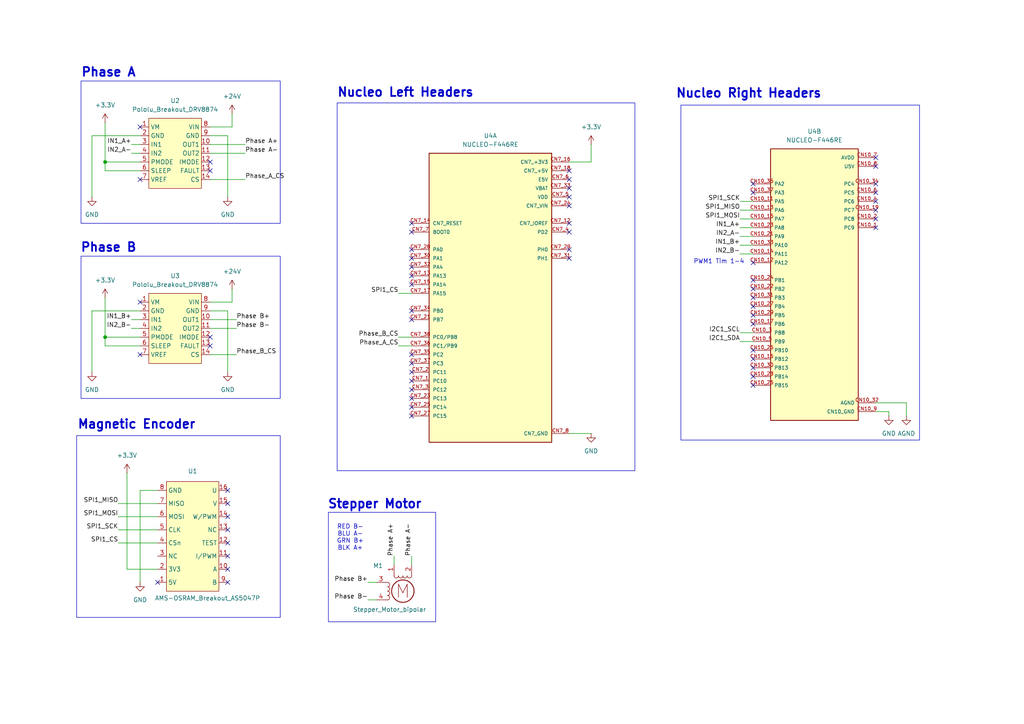
<source format=kicad_sch>
(kicad_sch (version 20250114) (generator "eeschema") (generator_version "9.0")
  (paper "A4")
  (title_block (title "PSD17 Protoboard") (date "2025-12-03") (rev "0.1") (company "Polar Robotics"))
  (lib_symbols
    (symbol "Custom_Library:AMS-OSRAM_Breakout_AS5047P"
      (property "Reference" "U" (at 0 17.018 0))
      (property "Value" "AMS-OSRAM_Breakout_AS5047P" (at -0.762 -18.542 0))
      (symbol "AMS-OSRAM_Breakout_AS5047P_1_1"
        (rectangle (start -7.62 15.24) (end 7.62 -16.51) (fill (type background)))
        (pin power_in line (at -10.16 12.7 0) (length 2.54) (name "GND") (number "8"))
        (pin output line (at -10.16 8.89 0) (length 2.54) (name "MISO") (number "7"))
        (pin input line (at -10.16 5.08 0) (length 2.54) (name "MOSI") (number "6"))
        (pin input line (at -10.16 1.27 0) (length 2.54) (name "CLK") (number "5"))
        (pin input line (at -10.16 -2.54 0) (length 2.54) (name "CSn") (number "4"))
        (pin input line (at -10.16 -6.35 0) (length 2.54) (name "NC") (number "3"))
        (pin power_in line (at -10.16 -10.16 0) (length 2.54) (name "3V3") (number "2"))
        (pin power_in line (at -10.16 -13.97 0) (length 2.54) (name "5V") (number "1"))
        (pin input line (at 10.16 12.7 180) (length 2.54) (name "U") (number "16"))
        (pin input line (at 10.16 8.89 180) (length 2.54) (name "V") (number "15"))
        (pin input line (at 10.16 5.08 180) (length 2.54) (name "W/PWM") (number "14"))
        (pin input line (at 10.16 1.27 180) (length 2.54) (name "NC") (number "13"))
        (pin input line (at 10.16 -2.54 180) (length 2.54) (name "TEST") (number "12"))
        (pin input line (at 10.16 -6.35 180) (length 2.54) (name "I/PWM") (number "11"))
        (pin input line (at 10.16 -10.16 180) (length 2.54) (name "A") (number "10"))
        (pin input line (at 10.16 -13.97 180) (length 2.54) (name "B") (number "9"))
      )
    )
    (symbol "Custom_Library:NUCLEO-F446RE" (pin_names (offset 1.016))
      (property "Reference" "U" (at -17.78 41.91 0))
      (property "Value" "NUCLEO-F446RE" (at -17.78 -44.45 0))
      (symbol "NUCLEO-F446RE_1_0"
        (rectangle (start -17.78 40.64) (end 17.78 -43.18) (stroke (width 0.254)) (fill (type background)))
        (pin bidirectional line (at -22.86 20.32 0) (length 5.08) (name "CN7_RESET") (number "CN7_14"))
        (pin bidirectional line (at -22.86 17.78 0) (length 5.08) (name "BOOT0") (number "CN7_7"))
        (pin bidirectional line (at -22.86 12.7 0) (length 5.08) (name "PA0") (number "CN7_28"))
        (pin bidirectional line (at -22.86 10.16 0) (length 5.08) (name "PA1") (number "CN7_30"))
        (pin bidirectional line (at -22.86 7.62 0) (length 5.08) (name "PA4") (number "CN7_32"))
        (pin bidirectional line (at -22.86 5.08 0) (length 5.08) (name "PA13") (number "CN7_13"))
        (pin bidirectional line (at -22.86 2.54 0) (length 5.08) (name "PA14") (number "CN7_15"))
        (pin bidirectional line (at -22.86 0 0) (length 5.08) (name "PA15") (number "CN7_17"))
        (pin bidirectional line (at -22.86 -5.08 0) (length 5.08) (name "PB0") (number "CN7_34"))
        (pin bidirectional line (at -22.86 -7.62 0) (length 5.08) (name "PB7") (number "CN7_21"))
        (pin bidirectional line (at -22.86 -12.7 0) (length 5.08) (name "PC0/PB8") (number "CN7_38"))
        (pin bidirectional line (at -22.86 -15.24 0) (length 5.08) (name "PC1/PB9") (number "CN7_36"))
        (pin bidirectional line (at -22.86 -17.78 0) (length 5.08) (name "PC2") (number "CN7_35"))
        (pin bidirectional line (at -22.86 -20.32 0) (length 5.08) (name "PC3") (number "CN7_37"))
        (pin bidirectional line (at -22.86 -22.86 0) (length 5.08) (name "PC11") (number "CN7_2"))
        (pin bidirectional line (at -22.86 -25.4 0) (length 5.08) (name "PC10") (number "CN7_1"))
        (pin bidirectional line (at -22.86 -27.94 0) (length 5.08) (name "PC12") (number "CN7_3"))
        (pin bidirectional line (at -22.86 -30.48 0) (length 5.08) (name "PC13") (number "CN7_23"))
        (pin bidirectional line (at -22.86 -33.02 0) (length 5.08) (name "PC14") (number "CN7_25"))
        (pin bidirectional line (at -22.86 -35.56 0) (length 5.08) (name "PC15") (number "CN7_27"))
        (pin power_in line (at 22.86 38.1 180) (length 5.08) (name "CN7_+3V3") (number "CN7_16"))
        (pin power_in line (at 22.86 35.56 180) (length 5.08) (name "CN7_+5V") (number "CN7_18"))
        (pin power_in line (at 22.86 33.02 180) (length 5.08) (name "E5V") (number "CN7_6"))
        (pin power_in line (at 22.86 30.48 180) (length 5.08) (name "VBAT") (number "CN7_33"))
        (pin power_in line (at 22.86 27.94 180) (length 5.08) (name "VDD") (number "CN7_5"))
        (pin power_in line (at 22.86 25.4 180) (length 5.08) (name "CN7_VIN") (number "CN7_24"))
        (pin bidirectional line (at 22.86 20.32 180) (length 5.08) (name "CN7_IOREF") (number "CN7_12"))
        (pin bidirectional line (at 22.86 17.78 180) (length 5.08) (name "PD2") (number "CN7_4"))
        (pin bidirectional line (at 22.86 12.7 180) (length 5.08) (name "PH0") (number "CN7_29"))
        (pin bidirectional line (at 22.86 10.16 180) (length 5.08) (name "PH1") (number "CN7_31"))
        (pin power_in line (at 22.86 -40.64 180) (length 5.08) (hide yes) (name "CN7_GND") (number "CN7_19"))
        (pin power_in line (at 22.86 -40.64 180) (length 5.08) (hide yes) (name "CN7_GND") (number "CN7_20"))
        (pin power_in line (at 22.86 -40.64 180) (length 5.08) (hide yes) (name "CN7_GND") (number "CN7_22"))
        (pin power_in line (at 22.86 -40.64 180) (length 5.08) (name "CN7_GND") (number "CN7_8"))
      )
      (symbol "NUCLEO-F446RE_2_0"
        (rectangle (start -12.7 -40.64) (end 12.7 38.1) (stroke (width 0.254)) (fill (type background)))
        (pin bidirectional line (at -17.78 27.94 0) (length 5.08) (name "PA2") (number "CN10_35"))
        (pin bidirectional line (at -17.78 25.4 0) (length 5.08) (name "PA3") (number "CN10_37"))
        (pin bidirectional line (at -17.78 22.86 0) (length 5.08) (name "PA5") (number "CN10_11"))
        (pin bidirectional line (at -17.78 20.32 0) (length 5.08) (name "PA6") (number "CN10_13"))
        (pin bidirectional line (at -17.78 17.78 0) (length 5.08) (name "PA7") (number "CN10_15"))
        (pin bidirectional line (at -17.78 15.24 0) (length 5.08) (name "PA8") (number "CN10_23"))
        (pin bidirectional line (at -17.78 12.7 0) (length 5.08) (name "PA9") (number "CN10_21"))
        (pin bidirectional line (at -17.78 10.16 0) (length 5.08) (name "PA10") (number "CN10_33"))
        (pin bidirectional line (at -17.78 7.62 0) (length 5.08) (name "PA11") (number "CN10_14"))
        (pin bidirectional line (at -17.78 5.08 0) (length 5.08) (name "PA12") (number "CN10_12"))
        (pin bidirectional line (at -17.78 0 0) (length 5.08) (name "PB1") (number "CN10_24"))
        (pin bidirectional line (at -17.78 -2.54 0) (length 5.08) (name "PB2") (number "CN10_22"))
        (pin bidirectional line (at -17.78 -5.08 0) (length 5.08) (name "PB3") (number "CN10_31"))
        (pin bidirectional line (at -17.78 -7.62 0) (length 5.08) (name "PB4") (number "CN10_27"))
        (pin bidirectional line (at -17.78 -10.16 0) (length 5.08) (name "PB5") (number "CN10_29"))
        (pin bidirectional line (at -17.78 -12.7 0) (length 5.08) (name "PB6") (number "CN10_17"))
        (pin bidirectional line (at -17.78 -15.24 0) (length 5.08) (name "PB8") (number "CN10_3"))
        (pin bidirectional line (at -17.78 -17.78 0) (length 5.08) (name "PB9") (number "CN10_5"))
        (pin bidirectional line (at -17.78 -20.32 0) (length 5.08) (name "PB10") (number "CN10_25"))
        (pin bidirectional line (at -17.78 -22.86 0) (length 5.08) (name "PB12") (number "CN10_16"))
        (pin bidirectional line (at -17.78 -25.4 0) (length 5.08) (name "PB13") (number "CN10_30"))
        (pin bidirectional line (at -17.78 -27.94 0) (length 5.08) (name "PB14") (number "CN10_28"))
        (pin bidirectional line (at -17.78 -30.48 0) (length 5.08) (name "PB15") (number "CN10_26"))
        (pin power_in line (at 17.78 35.56 180) (length 5.08) (name "AVDD") (number "CN10_7"))
        (pin power_in line (at 17.78 33.02 180) (length 5.08) (name "U5V") (number "CN10_8"))
        (pin bidirectional line (at 17.78 27.94 180) (length 5.08) (name "PC4") (number "CN10_34"))
        (pin bidirectional line (at 17.78 25.4 180) (length 5.08) (name "PC5") (number "CN10_6"))
        (pin bidirectional line (at 17.78 22.86 180) (length 5.08) (name "PC6") (number "CN10_4"))
        (pin bidirectional line (at 17.78 20.32 180) (length 5.08) (name "PC7") (number "CN10_19"))
        (pin bidirectional line (at 17.78 17.78 180) (length 5.08) (name "PC8") (number "CN10_2"))
        (pin bidirectional line (at 17.78 15.24 180) (length 5.08) (name "PC9") (number "CN10_1"))
        (pin power_in line (at 17.78 -35.56 180) (length 5.08) (name "AGND") (number "CN10_32"))
        (pin power_in line (at 17.78 -38.1 180) (length 5.08) (hide yes) (name "CN10_GND") (number "CN10_20"))
        (pin power_in line (at 17.78 -38.1 180) (length 5.08) (name "CN10_GND") (number "CN10_9"))
      )
      (symbol "NUCLEO-F446RE_3_0"
        (rectangle (start -15.24 -12.7) (end 15.24 10.16) (stroke (width 0.254)) (fill (type background)))
        (pin bidirectional line (at -20.32 -2.54 0) (length 5.08) (name "CN6_RESET") (number "CN6_3"))
        (pin bidirectional line (at -20.32 -5.08 0) (length 5.08) (name "CN6_IOREF") (number "CN6_2"))
        (pin power_in line (at 20.32 7.62 180) (length 5.08) (name "CN6_VIN") (number "CN6_8"))
        (pin power_in line (at 20.32 5.08 180) (length 5.08) (name "CN6_+5V") (number "CN6_5"))
        (pin power_in line (at 20.32 2.54 180) (length 5.08) (name "CN6_+3V3") (number "CN6_4"))
        (pin power_in line (at 20.32 -10.16 180) (length 5.08) (name "CN6_GND") (number "CN6_6"))
        (pin power_in line (at 20.32 -10.16 180) (length 5.08) (hide yes) (name "CN6_GND") (number "CN6_7"))
      )
      (symbol "NUCLEO-F446RE_4_0"
        (rectangle (start -5.08 -12.7) (end 5.08 12.7) (stroke (width 0.254)) (fill (type background)))
        (pin input line (at -10.16 10.16 0) (length 5.08) (name "D0") (number "CN9_1"))
        (pin output line (at -10.16 7.62 0) (length 5.08) (name "D1") (number "CN9_2"))
        (pin bidirectional line (at -10.16 2.54 0) (length 5.08) (name "D2") (number "CN9_3"))
        (pin bidirectional line (at -10.16 0 0) (length 5.08) (name "D3") (number "CN9_4"))
        (pin bidirectional line (at -10.16 -2.54 0) (length 5.08) (name "D4") (number "CN9_5"))
        (pin bidirectional line (at -10.16 -5.08 0) (length 5.08) (name "D5") (number "CN9_6"))
        (pin bidirectional line (at -10.16 -7.62 0) (length 5.08) (name "D6") (number "CN9_7"))
        (pin bidirectional line (at -10.16 -10.16 0) (length 5.08) (name "D7") (number "CN9_8"))
      )
      (symbol "NUCLEO-F446RE_5_0"
        (rectangle (start -5.08 -10.16) (end 5.08 7.62) (stroke (width 0.254)) (fill (type background)))
        (pin input line (at -10.16 5.08 0) (length 5.08) (name "A0") (number "CN8_1"))
        (pin input line (at -10.16 2.54 0) (length 5.08) (name "A1") (number "CN8_2"))
        (pin input line (at -10.16 0 0) (length 5.08) (name "A2") (number "CN8_3"))
        (pin input line (at -10.16 -2.54 0) (length 5.08) (name "A3") (number "CN8_4"))
        (pin input line (at -10.16 -5.08 0) (length 5.08) (name "A4") (number "CN8_5"))
        (pin input line (at -10.16 -7.62 0) (length 5.08) (name "A5") (number "CN8_6"))
      )
      (symbol "NUCLEO-F446RE_6_0"
        (rectangle (start -10.16 -17.78) (end 10.16 15.24) (stroke (width 0.254)) (fill (type background)))
        (pin bidirectional line (at -15.24 7.62 0) (length 5.08) (name "D8") (number "CN5_1"))
        (pin bidirectional line (at -15.24 5.08 0) (length 5.08) (name "D9") (number "CN5_2"))
        (pin bidirectional line (at -15.24 2.54 0) (length 5.08) (name "D10") (number "CN5_3"))
        (pin bidirectional line (at -15.24 0 0) (length 5.08) (name "D11") (number "CN5_4"))
        (pin bidirectional line (at -15.24 -2.54 0) (length 5.08) (name "D12") (number "CN5_5"))
        (pin bidirectional clock (at -15.24 -5.08 0) (length 5.08) (name "D13") (number "CN5_6"))
        (pin bidirectional line (at -15.24 -7.62 0) (length 5.08) (name "D14") (number "CN5_9"))
        (pin bidirectional clock (at -15.24 -10.16 0) (length 5.08) (name "D15") (number "CN5_10"))
        (pin power_in line (at 15.24 12.7 180) (length 5.08) (name "AREF") (number "CN5_8"))
        (pin power_in line (at 15.24 -15.24 180) (length 5.08) (name "CN5_GND") (number "CN5_7"))
      )
    )
    (symbol "Custom_Library:Pololu_Breakout_DRV8874"
      (property "Reference" "U" (at 0 11.43 0))
      (property "Value" "Pololu_Breakout_DRV8874" (at -0.254 -11.684 0))
      (symbol "Pololu_Breakout_DRV8874_1_1"
        (rectangle (start -7.62 10.16) (end 7.62 -10.16) (fill (type background)))
        (pin bidirectional line (at -10.16 7.62 0) (length 2.54) (name "VM") (number "1"))
        (pin bidirectional line (at -10.16 5.08 0) (length 2.54) (name "GND") (number "2"))
        (pin input line (at -10.16 2.54 0) (length 2.54) (name "IN1") (number "3"))
        (pin input line (at -10.16 0 0) (length 2.54) (name "IN2") (number "4"))
        (pin input line (at -10.16 -2.54 0) (length 2.54) (name "PMODE") (number "5"))
        (pin input line (at -10.16 -5.08 0) (length 2.54) (name "SLEEP") (number "6"))
        (pin input line (at -10.16 -7.62 0) (length 2.54) (name "VREF") (number "7"))
        (pin power_in line (at 10.16 7.62 180) (length 2.54) (name "VIN") (number "8"))
        (pin bidirectional line (at 10.16 5.08 180) (length 2.54) (name "GND") (number "9"))
        (pin output line (at 10.16 2.54 180) (length 2.54) (name "OUT1") (number "10"))
        (pin output line (at 10.16 0 180) (length 2.54) (name "OUT2") (number "11"))
        (pin input line (at 10.16 -2.54 180) (length 2.54) (name "IMODE") (number "12"))
        (pin input line (at 10.16 -5.08 180) (length 2.54) (name "FAULT") (number "13"))
        (pin output line (at 10.16 -7.62 180) (length 2.54) (name "CS") (number "14"))
      )
    )
    (symbol "Motor:Stepper_Motor_bipolar" (pin_names (offset 0) (hide yes))
      (property "Reference" "M" (at 3.81 2.54 0))
      (property "Value" "Stepper_Motor_bipolar" (at 3.81 1.27 0))
      (symbol "Stepper_Motor_bipolar_0_0"
        (polyline (pts (xy -1.27 -1.778) (xy -1.27 2.032) (xy 0 -0.508) (xy 1.27 2.032) (xy 1.27 -1.778)))
      )
      (symbol "Stepper_Motor_bipolar_0_1"
        (polyline (pts (xy -5.08 2.54) (xy -4.445 2.54)))
        (polyline (pts (xy -5.08 -2.54) (xy -4.445 -2.54)))
        (arc (start -4.445 2.54) (mid -3.8127 1.905) (end -4.445 1.27))
        (arc (start -4.445 1.27) (mid -3.8127 0.635) (end -4.445 0))
        (arc (start -4.445 0) (mid -3.8127 -0.635) (end -4.445 -1.27))
        (arc (start -4.445 -1.27) (mid -3.8127 -1.905) (end -4.445 -2.54))
        (polyline (pts (xy -2.54 5.08) (xy -2.54 4.445)))
        (arc (start -1.27 4.445) (mid -1.905 3.8127) (end -2.54 4.445))
        (arc (start 0 4.445) (mid -0.635 3.8127) (end -1.27 4.445))
        (circle (center 0 0) (radius 3.2512) (stroke (width 0.254)))
        (arc (start 1.27 4.445) (mid 0.635 3.8127) (end 0 4.445))
        (arc (start 2.54 4.445) (mid 1.905 3.8127) (end 1.27 4.445))
        (polyline (pts (xy 2.54 5.08) (xy 2.54 4.445)))
      )
      (symbol "Stepper_Motor_bipolar_1_1"
        (pin passive line (at -7.62 2.54 0) (length 2.54) (name "~") (number "3"))
        (pin passive line (at -7.62 -2.54 0) (length 2.54) (name "~") (number "4"))
        (pin passive line (at -2.54 7.62 270) (length 2.54) (name "~") (number "1"))
        (pin passive line (at 2.54 7.62 270) (length 2.54) (name "-") (number "2"))
      )
    )
    (symbol "power:+24V" (power) (pin_numbers (hide yes)) (pin_names (offset 0) (hide yes))
      (property "Value" "+24V" (at 0 3.556 0))
      (symbol "+24V_0_1"
        (polyline (pts (xy -0.762 1.27) (xy 0 2.54)))
        (polyline (pts (xy 0 2.54) (xy 0.762 1.27)))
        (polyline (pts (xy 0 0) (xy 0 2.54)))
      )
      (symbol "+24V_1_1"
        (pin power_in line (at 0 0 90) (length 0) (name "~") (number "1"))
      )
    )
    (symbol "power:+3.3V" (power) (pin_numbers (hide yes)) (pin_names (offset 0) (hide yes))
      (property "Value" "+3.3V" (at 0 3.556 0))
      (symbol "+3.3V_0_1"
        (polyline (pts (xy -0.762 1.27) (xy 0 2.54)))
        (polyline (pts (xy 0 2.54) (xy 0.762 1.27)))
        (polyline (pts (xy 0 0) (xy 0 2.54)))
      )
      (symbol "+3.3V_1_1"
        (pin power_in line (at 0 0 90) (length 0) (name "~") (number "1"))
      )
    )
    (symbol "power:GND" (power) (pin_numbers (hide yes)) (pin_names (offset 0) (hide yes))
      (property "Value" "GND" (at 0 -3.81 0))
      (symbol "GND_0_1"
        (polyline (pts (xy 0 0) (xy 0 -1.27) (xy 1.27 -1.27) (xy 0 -2.54) (xy -1.27 -1.27) (xy 0 -1.27)))
      )
      (symbol "GND_1_1"
        (pin power_in line (at 0 0 270) (length 0) (name "~") (number "1"))
      )
    )
    (symbol "power:GNDA" (power) (pin_numbers (hide yes)) (pin_names (offset 0) (hide yes))
      (property "Value" "GNDA" (at 0 -3.81 0))
      (symbol "GNDA_0_1"
        (polyline (pts (xy 0 0) (xy 0 -1.27) (xy 1.27 -1.27) (xy 0 -2.54) (xy -1.27 -1.27) (xy 0 -1.27)))
      )
      (symbol "GNDA_1_1"
        (pin power_in line (at 0 0 270) (length 0) (name "~") (number "1"))
      )
    )
  )
  (rectangle (start 23.495 74.295) (end 81.28 115.57))
  (rectangle (start 22.225 126.365) (end 81.28 179.07))
  (rectangle (start 23.495 23.495) (end 81.28 64.77))
  (rectangle (start 197.485 30.48) (end 266.7 127.635))
  (rectangle (start 95.25 148.59) (end 126.365 180.34))
  (rectangle (start 97.79 29.845) (end 184.15 136.525))
  (text "Nucleo Left Headers" (at 117.602 26.924 0) (effects (font (size 2.54 2.54) (thickness 0.508) (bold yes))))
  (text "PWM1 Tim 1-4" (at 208.534 75.946 0) (effects (font (size 1.27 1.27))))
  (text "RED B-\nBLU A-\nGRN B+\nBLK A+" (at 101.6 155.956 0) (effects (font (size 1.27 1.27))))
  (text "Phase A" (at 31.496 21.082 0) (effects (font (size 2.54 2.54) (thickness 0.508) (bold yes))))
  (text "Nucleo Right Headers" (at 217.17 27.178 0) (effects (font (size 2.54 2.54) (thickness 0.508) (bold yes))))
  (text "Stepper Motor" (at 108.712 146.304 0) (effects (font (size 2.54 2.54) (thickness 0.508) (bold yes))))
  (text "Phase B" (at 31.496 71.882 0) (effects (font (size 2.54 2.54) (thickness 0.508) (bold yes))))
  (text "Magnetic Encoder" (at 39.624 123.19 0) (effects (font (size 2.54 2.54) (thickness 0.508) (bold yes))))
  (junction (at 30.48 97.79))
  (junction (at 30.48 46.99))
  (no_connect (at 40.64 87.63))
  (no_connect (at 119.38 80.01))
  (no_connect (at 254 66.04))
  (no_connect (at 66.04 153.67))
  (no_connect (at 60.96 49.53))
  (no_connect (at 119.38 77.47))
  (no_connect (at 119.38 102.87))
  (no_connect (at 218.44 53.34))
  (no_connect (at 66.04 161.29))
  (no_connect (at 119.38 67.31))
  (no_connect (at 254 63.5))
  (no_connect (at 119.38 74.93))
  (no_connect (at 165.1 52.07))
  (no_connect (at 119.38 113.03))
  (no_connect (at 45.72 168.91))
  (no_connect (at 119.38 107.95))
  (no_connect (at 254 60.96))
  (no_connect (at 218.44 55.88))
  (no_connect (at 119.38 92.71))
  (no_connect (at 218.44 109.22))
  (no_connect (at 60.96 97.79))
  (no_connect (at 66.04 146.05))
  (no_connect (at 254 55.88))
  (no_connect (at 165.1 59.69))
  (no_connect (at 40.64 102.87))
  (no_connect (at 119.38 115.57))
  (no_connect (at 40.64 36.83))
  (no_connect (at 165.1 64.77))
  (no_connect (at 165.1 74.93))
  (no_connect (at 119.38 64.77))
  (no_connect (at 165.1 49.53))
  (no_connect (at 119.38 118.11))
  (no_connect (at 165.1 67.31))
  (no_connect (at 66.04 165.1))
  (no_connect (at 119.38 72.39))
  (no_connect (at 254 58.42))
  (no_connect (at 119.38 82.55))
  (no_connect (at 66.04 142.24))
  (no_connect (at 119.38 120.65))
  (no_connect (at 254 53.34))
  (no_connect (at 254 48.26))
  (no_connect (at 218.44 111.76))
  (no_connect (at 66.04 168.91))
  (no_connect (at 218.44 88.9))
  (no_connect (at 218.44 104.14))
  (no_connect (at 66.04 157.48))
  (no_connect (at 218.44 81.28))
  (no_connect (at 60.96 46.99))
  (no_connect (at 218.44 86.36))
  (no_connect (at 119.38 90.17))
  (no_connect (at 165.1 72.39))
  (no_connect (at 218.44 83.82))
  (no_connect (at 218.44 101.6))
  (no_connect (at 119.38 105.41))
  (no_connect (at 60.96 100.33))
  (no_connect (at 40.64 52.07))
  (no_connect (at 218.44 93.98))
  (no_connect (at 165.1 54.61))
  (no_connect (at 218.44 106.68))
  (no_connect (at 119.38 110.49))
  (no_connect (at 254 45.72))
  (no_connect (at 218.44 76.2))
  (no_connect (at 66.04 149.86))
  (no_connect (at 165.1 57.15))
  (no_connect (at 218.44 91.44))
  (wire (pts (xy 254 119.38) (xy 257.81 119.38)))
  (wire (pts (xy 254 116.84) (xy 262.89 116.84)))
  (wire (pts (xy 38.1 92.71) (xy 40.64 92.71)))
  (wire (pts (xy 40.64 39.37) (xy 26.67 39.37)))
  (wire (pts (xy 60.96 52.07) (xy 71.12 52.07)))
  (wire (pts (xy 30.48 35.56) (xy 30.48 46.99)))
  (wire (pts (xy 68.58 95.25) (xy 60.96 95.25)))
  (wire (pts (xy 34.29 149.86) (xy 45.72 149.86)))
  (wire (pts (xy 214.63 68.58) (xy 218.44 68.58)))
  (wire (pts (xy 60.96 87.63) (xy 67.31 87.63)))
  (wire (pts (xy 30.48 97.79) (xy 40.64 97.79)))
  (wire (pts (xy 66.04 39.37) (xy 66.04 57.15)))
  (wire (pts (xy 214.63 73.66) (xy 218.44 73.66)))
  (wire (pts (xy 214.63 60.96) (xy 218.44 60.96)))
  (wire (pts (xy 66.04 90.17) (xy 66.04 107.95)))
  (wire (pts (xy 115.57 97.79) (xy 119.38 97.79)))
  (wire (pts (xy 115.57 100.33) (xy 119.38 100.33)))
  (wire (pts (xy 68.58 92.71) (xy 60.96 92.71)))
  (wire (pts (xy 40.64 142.24) (xy 40.64 168.91)))
  (wire (pts (xy 119.38 161.29) (xy 119.38 163.83)))
  (wire (pts (xy 214.63 99.06) (xy 218.44 99.06)))
  (wire (pts (xy 214.63 63.5) (xy 218.44 63.5)))
  (wire (pts (xy 214.63 58.42) (xy 218.44 58.42)))
  (wire (pts (xy 45.72 142.24) (xy 40.64 142.24)))
  (wire (pts (xy 34.29 153.67) (xy 45.72 153.67)))
  (wire (pts (xy 34.29 146.05) (xy 45.72 146.05)))
  (wire (pts (xy 106.68 173.99) (xy 109.22 173.99)))
  (wire (pts (xy 67.31 36.83) (xy 67.31 33.02)))
  (wire (pts (xy 165.1 46.99) (xy 171.45 46.99)))
  (wire (pts (xy 71.12 44.45) (xy 60.96 44.45)))
  (wire (pts (xy 71.12 41.91) (xy 60.96 41.91)))
  (wire (pts (xy 114.3 161.29) (xy 114.3 163.83)))
  (wire (pts (xy 60.96 36.83) (xy 67.31 36.83)))
  (wire (pts (xy 165.1 125.73) (xy 171.45 125.73)))
  (wire (pts (xy 67.31 87.63) (xy 67.31 83.82)))
  (wire (pts (xy 214.63 96.52) (xy 218.44 96.52)))
  (wire (pts (xy 36.83 165.1) (xy 36.83 137.16)))
  (wire (pts (xy 257.81 119.38) (xy 257.81 120.65)))
  (wire (pts (xy 60.96 39.37) (xy 66.04 39.37)))
  (wire (pts (xy 60.96 90.17) (xy 66.04 90.17)))
  (wire (pts (xy 214.63 71.12) (xy 218.44 71.12)))
  (wire (pts (xy 106.68 168.91) (xy 109.22 168.91)))
  (wire (pts (xy 45.72 165.1) (xy 36.83 165.1)))
  (wire (pts (xy 30.48 86.36) (xy 30.48 97.79)))
  (wire (pts (xy 262.89 116.84) (xy 262.89 120.65)))
  (wire (pts (xy 171.45 46.99) (xy 171.45 41.91)))
  (wire (pts (xy 40.64 100.33) (xy 30.48 100.33)))
  (wire (pts (xy 40.64 90.17) (xy 26.67 90.17)))
  (wire (pts (xy 40.64 49.53) (xy 30.48 49.53)))
  (wire (pts (xy 38.1 95.25) (xy 40.64 95.25)))
  (wire (pts (xy 26.67 90.17) (xy 26.67 107.95)))
  (wire (pts (xy 30.48 46.99) (xy 40.64 46.99)))
  (wire (pts (xy 26.67 39.37) (xy 26.67 57.15)))
  (wire (pts (xy 214.63 66.04) (xy 218.44 66.04)))
  (wire (pts (xy 30.48 46.99) (xy 30.48 49.53)))
  (wire (pts (xy 38.1 41.91) (xy 40.64 41.91)))
  (wire (pts (xy 38.1 44.45) (xy 40.64 44.45)))
  (wire (pts (xy 115.57 85.09) (xy 119.38 85.09)))
  (wire (pts (xy 30.48 97.79) (xy 30.48 100.33)))
  (wire (pts (xy 60.96 102.87) (xy 68.58 102.87)))
  (wire (pts (xy 34.29 157.48) (xy 45.72 157.48)))
  (label "IN2_B-" (at 38.1 95.25 180))
  (label "Phase B+" (at 106.68 168.91 180) (effects (font (thickness 0.1588))))
  (label "Phase A-" (at 71.12 44.45 0) (effects (font (thickness 0.1588))))
  (label "IN1_A+" (at 38.1 41.91 180) (effects (font (thickness 0.1588))))
  (label "Phase B-" (at 106.68 173.99 180) (effects (font (thickness 0.1588))))
  (label "Phase_B_CS" (at 68.58 102.87 0))
  (label "SPI1_SCK" (at 214.63 58.42 180))
  (label "SPI1_CS" (at 115.57 85.09 180))
  (label "SPI1_SCK" (at 34.29 153.67 180))
  (label "SPI1_MISO" (at 34.29 146.05 180))
  (label "Phase_A_CS" (at 71.12 52.07 0))
  (label "Phase A+" (at 114.3 161.29 90) (effects (font (thickness 0.1588))))
  (label "IN2_A-" (at 214.63 68.58 180))
  (label "Phase B+" (at 68.58 92.71 0) (effects (font (thickness 0.1588))))
  (label "IN1_A+" (at 214.63 66.04 180) (effects (font (thickness 0.1588))))
  (label "IN1_B+" (at 214.63 71.12 180) (effects (font (thickness 0.1588))))
  (label "SPI1_MISO" (at 214.63 60.96 180))
  (label "IN1_B+" (at 38.1 92.71 180) (effects (font (thickness 0.1588))))
  (label "I2C1_SCL" (at 214.63 96.52 180))
  (label "SPI1_MOSI" (at 34.29 149.86 180))
  (label "Phase A-" (at 119.38 161.29 90) (effects (font (thickness 0.1588))))
  (label "SPI1_CS" (at 34.29 157.48 180))
  (label "Phase A+" (at 71.12 41.91 0) (effects (font (thickness 0.1588))))
  (label "SPI1_MOSI" (at 214.63 63.5 180))
  (label "I2C1_SDA" (at 214.63 99.06 180))
  (label "Phase_B_CS" (at 115.57 97.79 180))
  (label "Phase_A_CS" (at 115.57 100.33 180))
  (label "IN2_A-" (at 38.1 44.45 180))
  (label "Phase B-" (at 68.58 95.25 0) (effects (font (thickness 0.1588))))
  (label "IN2_B-" (at 214.63 73.66 180) (effects (font (thickness 0.1588))))
  (symbol (lib_id "power:GND") (at 40.64 168.91 0) (unit 1)
    (property "Reference" "#PWR010" (effects (hide yes)))
    (property "Value" "GND" (at 40.64 173.99 0))
    (property "Description" "Power symbol creates a global label with name \"GND\" , ground" (effects (hide yes)))
  )
  (symbol (lib_id "power:+3.3V") (at 171.45 41.91 0) (unit 1)
    (property "Reference" "#PWR011" (effects (hide yes)))
    (property "Value" "+3.3V" (at 171.45 36.83 0))
    (property "Description" "Power symbol creates a global label with name \"+3.3V\"" (effects (hide yes)))
  )
  (symbol (lib_id "Custom_Library:Pololu_Breakout_DRV8874") (at 50.8 95.25 0) (unit 1)
    (property "Reference" "U3" (at 50.8 80.01 0))
    (property "Value" "Pololu_Breakout_DRV8874" (at 50.8 82.55 0))
    (property "Datasheet" "https://www.pololu.com/product/4035" (effects (hide yes)))
    (property "Description" "Pololu Breakout board for TI DRV8874 DC Motor driver" (effects (hide yes)))
  )
  (symbol (lib_id "power:+24V") (at 67.31 33.02 0) (unit 1)
    (property "Reference" "#PWR04" (effects (hide yes)))
    (property "Value" "+24V" (at 67.31 27.94 0))
    (property "Description" "Power symbol creates a global label with name \"+24V\"" (effects (hide yes)))
  )
  (symbol (lib_id "power:+3.3V") (at 30.48 86.36 0) (unit 1)
    (property "Reference" "#PWR05" (effects (hide yes)))
    (property "Value" "+3.3V" (at 30.48 81.28 0))
    (property "Description" "Power symbol creates a global label with name \"+3.3V\"" (effects (hide yes)))
  )
  (symbol (lib_id "power:GND") (at 66.04 107.95 0) (unit 1)
    (property "Reference" "#PWR07" (effects (hide yes)))
    (property "Value" "GND" (at 66.04 113.03 0))
    (property "Description" "Power symbol creates a global label with name \"GND\" , ground" (effects (hide yes)))
  )
  (symbol (lib_id "Custom_Library:NUCLEO-F446RE") (at 236.22 81.28 0) (unit 2)
    (property "Reference" "U4" (at 236.22 38.1 0))
    (property "Value" "NUCLEO-F446RE" (at 236.22 40.64 0))
    (property "Footprint" "NUCLEO-F446RE:MODULE_NUCLEO-F446RE" (effects (hide yes)))
    (property "MF" "STMicroelectronics" (effects (hide yes)))
    (property "Package" "None" (effects (hide yes)))
    (property "Price" "None" (effects (hide yes)))
    (property "Check_prices" "https://www.snapeda.com/parts/NUCLEO-F446RE/STMicroelectronics/view-part/?ref=eda" (effects (hide yes)))
    (property "STANDARD" "Manufacturer Recommendations" (effects (hide yes)))
    (property "PARTREV" "13" (effects (hide yes)))
    (property "SnapEDA_Link" "https://www.snapeda.com/parts/NUCLEO-F446RE/STMicroelectronics/view-part/?ref=snap" (effects (hide yes)))
    (property "MP" "NUCLEO-F446RE" (effects (hide yes)))
    (property "Description_1" "STM32F446RE, mbed-Enabled Development Nucleo-64 STM32F4 ARM® Cortex®-M4 MCU 32-Bit Embedded Evaluation Board" (effects (hide yes)))
    (property "Availability" "In Stock" (effects (hide yes)))
    (property "MANUFACTURER" "STMicroelectronics" (effects (hide yes)))
  )
  (symbol (lib_id "power:+24V") (at 67.31 83.82 0) (unit 1)
    (property "Reference" "#PWR08" (effects (hide yes)))
    (property "Value" "+24V" (at 67.31 78.74 0))
    (property "Description" "Power symbol creates a global label with name \"+24V\"" (effects (hide yes)))
  )
  (symbol (lib_id "power:GND") (at 257.81 120.65 0) (unit 1)
    (property "Reference" "#PWR014" (effects (hide yes)))
    (property "Value" "GND" (at 257.81 125.73 0))
    (property "Description" "Power symbol creates a global label with name \"GND\" , ground" (effects (hide yes)))
  )
  (symbol (lib_id "power:GND") (at 26.67 57.15 0) (unit 1)
    (property "Reference" "#PWR01" (effects (hide yes)))
    (property "Value" "GND" (at 26.67 62.23 0))
    (property "Description" "Power symbol creates a global label with name \"GND\" , ground" (effects (hide yes)))
  )
  (symbol (lib_id "Motor:Stepper_Motor_bipolar") (at 116.84 171.45 0) (unit 1)
    (property "Reference" "M1" (at 108.204 164.084 0) (effects (justify left)))
    (property "Value" "Stepper_Motor_bipolar" (at 102.362 176.784 0) (effects (justify left)))
    (property "Datasheet" "http://www.infineon.com/dgdl/Application-Note-TLE8110EE_driving_UniPolarStepperMotor_V1.1.pdf?fileId=db3a30431be39b97011be5d0aa0a00b0" (effects (hide yes)))
    (property "Description" "4-wire bipolar stepper motor" (effects (hide yes)))
  )
  (symbol (lib_id "Custom_Library:AMS-OSRAM_Breakout_AS5047P") (at 55.88 154.94 0) (unit 1)
    (property "Reference" "U1" (at 55.88 136.652 0))
    (property "Value" "AMS-OSRAM_Breakout_AS5047P" (at 60.198 173.482 0))
    (property "Datasheet" "https://www.mouser.com/datasheet/2/588/AS5047P-TS_EK_AB_Operation-Manual_Rev.1.0-775823.pdf" (effects (hide yes)))
    (property "Description" "Breakout board for OSRAM AS5047P Magnetic Encoder" (effects (hide yes)))
  )
  (symbol (lib_id "power:GND") (at 66.04 57.15 0) (unit 1)
    (property "Reference" "#PWR02" (effects (hide yes)))
    (property "Value" "GND" (at 66.04 62.23 0))
    (property "Description" "Power symbol creates a global label with name \"GND\" , ground" (effects (hide yes)))
  )
  (symbol (lib_id "Custom_Library:Pololu_Breakout_DRV8874") (at 50.8 44.45 0) (unit 1)
    (property "Reference" "U2" (at 50.8 29.21 0))
    (property "Value" "Pololu_Breakout_DRV8874" (at 50.8 31.75 0))
    (property "Datasheet" "https://www.pololu.com/product/4035" (effects (hide yes)))
    (property "Description" "Pololu Breakout board for TI DRV8874 DC Motor driver" (effects (hide yes)))
  )
  (symbol (lib_id "Custom_Library:NUCLEO-F446RE") (at 142.24 85.09 0) (unit 1)
    (property "Reference" "U4" (at 142.24 39.37 0))
    (property "Value" "NUCLEO-F446RE" (at 142.24 41.91 0))
    (property "Footprint" "NUCLEO-F446RE:MODULE_NUCLEO-F446RE" (effects (hide yes)))
    (property "MF" "STMicroelectronics" (effects (hide yes)))
    (property "Package" "None" (effects (hide yes)))
    (property "Price" "None" (effects (hide yes)))
    (property "Check_prices" "https://www.snapeda.com/parts/NUCLEO-F446RE/STMicroelectronics/view-part/?ref=eda" (effects (hide yes)))
    (property "STANDARD" "Manufacturer Recommendations" (effects (hide yes)))
    (property "PARTREV" "13" (effects (hide yes)))
    (property "SnapEDA_Link" "https://www.snapeda.com/parts/NUCLEO-F446RE/STMicroelectronics/view-part/?ref=snap" (effects (hide yes)))
    (property "MP" "NUCLEO-F446RE" (effects (hide yes)))
    (property "Description_1" "STM32F446RE, mbed-Enabled Development Nucleo-64 STM32F4 ARM® Cortex®-M4 MCU 32-Bit Embedded Evaluation Board" (effects (hide yes)))
    (property "Availability" "In Stock" (effects (hide yes)))
    (property "MANUFACTURER" "STMicroelectronics" (effects (hide yes)))
  )
  (symbol (lib_id "power:+3.3V") (at 36.83 137.16 0) (unit 1)
    (property "Reference" "#PWR09" (effects (hide yes)))
    (property "Value" "+3.3V" (at 36.83 132.08 0))
    (property "Description" "Power symbol creates a global label with name \"+3.3V\"" (effects (hide yes)))
  )
  (symbol (lib_id "power:GND") (at 171.45 125.73 0) (unit 1)
    (property "Reference" "#PWR012" (effects (hide yes)))
    (property "Value" "GND" (at 171.45 130.81 0))
    (property "Description" "Power symbol creates a global label with name \"GND\" , ground" (effects (hide yes)))
  )
  (symbol (lib_id "power:+3.3V") (at 30.48 35.56 0) (unit 1)
    (property "Reference" "#PWR03" (effects (hide yes)))
    (property "Value" "+3.3V" (at 30.48 30.48 0))
    (property "Description" "Power symbol creates a global label with name \"+3.3V\"" (effects (hide yes)))
  )
  (symbol (lib_id "power:GND") (at 26.67 107.95 0) (unit 1)
    (property "Reference" "#PWR06" (effects (hide yes)))
    (property "Value" "GND" (at 26.67 113.03 0))
    (property "Description" "Power symbol creates a global label with name \"GND\" , ground" (effects (hide yes)))
  )
  (symbol (lib_id "power:GNDA") (at 262.89 120.65 0) (unit 1)
    (property "Reference" "#PWR013" (effects (hide yes)))
    (property "Value" "AGND" (at 262.89 125.73 0))
    (property "Description" "Power symbol creates a global label with name \"GNDA\" , analog ground" (effects (hide yes)))
  )
)
</source>
